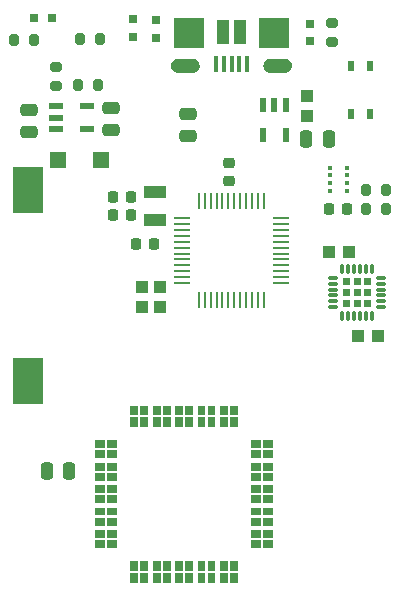
<source format=gbr>
%TF.GenerationSoftware,KiCad,Pcbnew,(6.0.4-0)*%
%TF.CreationDate,2022-05-02T23:13:47-05:00*%
%TF.ProjectId,dropkick,64726f70-6b69-4636-9b2e-6b696361645f,rev?*%
%TF.SameCoordinates,Original*%
%TF.FileFunction,Paste,Top*%
%TF.FilePolarity,Positive*%
%FSLAX46Y46*%
G04 Gerber Fmt 4.6, Leading zero omitted, Abs format (unit mm)*
G04 Created by KiCad (PCBNEW (6.0.4-0)) date 2022-05-02 23:13:47*
%MOMM*%
%LPD*%
G01*
G04 APERTURE LIST*
G04 Aperture macros list*
%AMRoundRect*
0 Rectangle with rounded corners*
0 $1 Rounding radius*
0 $2 $3 $4 $5 $6 $7 $8 $9 X,Y pos of 4 corners*
0 Add a 4 corners polygon primitive as box body*
4,1,4,$2,$3,$4,$5,$6,$7,$8,$9,$2,$3,0*
0 Add four circle primitives for the rounded corners*
1,1,$1+$1,$2,$3*
1,1,$1+$1,$4,$5*
1,1,$1+$1,$6,$7*
1,1,$1+$1,$8,$9*
0 Add four rect primitives between the rounded corners*
20,1,$1+$1,$2,$3,$4,$5,0*
20,1,$1+$1,$4,$5,$6,$7,0*
20,1,$1+$1,$6,$7,$8,$9,0*
20,1,$1+$1,$8,$9,$2,$3,0*%
G04 Aperture macros list end*
%ADD10C,0.010000*%
%ADD11C,0.180000*%
%ADD12R,1.100000X1.000000*%
%ADD13R,0.800000X0.800000*%
%ADD14R,1.000000X1.100000*%
%ADD15R,0.508000X0.889000*%
%ADD16RoundRect,0.250000X0.475000X-0.250000X0.475000X0.250000X-0.475000X0.250000X-0.475000X-0.250000X0*%
%ADD17RoundRect,0.225000X0.225000X0.250000X-0.225000X0.250000X-0.225000X-0.250000X0.225000X-0.250000X0*%
%ADD18R,1.346200X0.279400*%
%ADD19R,0.279400X1.346200*%
%ADD20RoundRect,0.225000X0.250000X-0.225000X0.250000X0.225000X-0.250000X0.225000X-0.250000X-0.225000X0*%
%ADD21RoundRect,0.200000X0.200000X0.275000X-0.200000X0.275000X-0.200000X-0.275000X0.200000X-0.275000X0*%
%ADD22RoundRect,0.250000X-0.250000X-0.475000X0.250000X-0.475000X0.250000X0.475000X-0.250000X0.475000X0*%
%ADD23RoundRect,0.200000X-0.200000X-0.275000X0.200000X-0.275000X0.200000X0.275000X-0.200000X0.275000X0*%
%ADD24RoundRect,0.070000X-0.070000X0.330000X-0.070000X-0.330000X0.070000X-0.330000X0.070000X0.330000X0*%
%ADD25RoundRect,0.070000X0.330000X0.070000X-0.330000X0.070000X-0.330000X-0.070000X0.330000X-0.070000X0*%
%ADD26RoundRect,0.070000X0.070000X-0.330000X0.070000X0.330000X-0.070000X0.330000X-0.070000X-0.330000X0*%
%ADD27RoundRect,0.070000X-0.330000X-0.070000X0.330000X-0.070000X0.330000X0.070000X-0.330000X0.070000X0*%
%ADD28R,1.000000X2.000000*%
%ADD29R,0.400000X1.350000*%
%ADD30RoundRect,0.200000X0.275000X-0.200000X0.275000X0.200000X-0.275000X0.200000X-0.275000X-0.200000X0*%
%ADD31R,1.400000X1.400000*%
%ADD32R,1.900000X1.100000*%
%ADD33RoundRect,0.200000X-0.275000X0.200000X-0.275000X-0.200000X0.275000X-0.200000X0.275000X0.200000X0*%
%ADD34R,2.600000X4.000000*%
%ADD35R,0.350000X0.350000*%
%ADD36R,0.550000X1.200000*%
%ADD37R,1.200000X0.550000*%
%ADD38RoundRect,0.250000X0.250000X0.475000X-0.250000X0.475000X-0.250000X-0.475000X0.250000X-0.475000X0*%
G04 APERTURE END LIST*
%TO.C,U6*%
G36*
X100200000Y-70100000D02*
G01*
X99600000Y-70100000D01*
X99600000Y-69500000D01*
X100200000Y-69500000D01*
X100200000Y-70100000D01*
G37*
G36*
X101100000Y-70100000D02*
G01*
X100500000Y-70100000D01*
X100500000Y-69500000D01*
X101100000Y-69500000D01*
X101100000Y-70100000D01*
G37*
G36*
X102000000Y-69200000D02*
G01*
X101400000Y-69200000D01*
X101400000Y-68600000D01*
X102000000Y-68600000D01*
X102000000Y-69200000D01*
G37*
G36*
X100200000Y-68300000D02*
G01*
X99600000Y-68300000D01*
X99600000Y-67700000D01*
X100200000Y-67700000D01*
X100200000Y-68300000D01*
G37*
G36*
X101100000Y-68300000D02*
G01*
X100500000Y-68300000D01*
X100500000Y-67700000D01*
X101100000Y-67700000D01*
X101100000Y-68300000D01*
G37*
G36*
X102000000Y-70100000D02*
G01*
X101400000Y-70100000D01*
X101400000Y-69500000D01*
X102000000Y-69500000D01*
X102000000Y-70100000D01*
G37*
G36*
X101100000Y-69200000D02*
G01*
X100500000Y-69200000D01*
X100500000Y-68600000D01*
X101100000Y-68600000D01*
X101100000Y-69200000D01*
G37*
G36*
X102000000Y-68300000D02*
G01*
X101400000Y-68300000D01*
X101400000Y-67700000D01*
X102000000Y-67700000D01*
X102000000Y-68300000D01*
G37*
G36*
X100200000Y-69200000D02*
G01*
X99600000Y-69200000D01*
X99600000Y-68600000D01*
X100200000Y-68600000D01*
X100200000Y-69200000D01*
G37*
%TO.C,X1*%
G36*
X87819600Y-48166600D02*
G01*
X85319600Y-48166600D01*
X85319600Y-45666600D01*
X87819600Y-45666600D01*
X87819600Y-48166600D01*
G37*
G36*
X95019600Y-48166600D02*
G01*
X92519600Y-48166600D01*
X92519600Y-45666600D01*
X95019600Y-45666600D01*
X95019600Y-48166600D01*
G37*
G36*
X94936535Y-49171879D02*
G01*
X95076788Y-49270123D01*
X95184089Y-49398046D01*
X95254624Y-49549383D01*
X95284831Y-49720875D01*
X95186834Y-50031882D01*
X95076788Y-50163077D01*
X94940033Y-50258871D01*
X94783147Y-50316005D01*
X94622378Y-50330100D01*
X93516822Y-50330100D01*
X93356053Y-50316005D01*
X93199167Y-50258871D01*
X93062412Y-50163077D01*
X92955111Y-50035154D01*
X92884576Y-49883817D01*
X92855122Y-49716600D01*
X92884576Y-49549383D01*
X92955111Y-49398046D01*
X93062412Y-49270123D01*
X93199167Y-49174329D01*
X93356053Y-49117195D01*
X93516822Y-49103100D01*
X94626560Y-49103100D01*
X94936535Y-49171879D01*
G37*
G36*
X87136535Y-49171879D02*
G01*
X87276788Y-49270123D01*
X87384089Y-49398046D01*
X87454624Y-49549383D01*
X87484831Y-49720875D01*
X87386834Y-50031882D01*
X87276788Y-50163077D01*
X87140033Y-50258871D01*
X86983147Y-50316005D01*
X86822378Y-50330100D01*
X85716822Y-50330100D01*
X85556053Y-50316005D01*
X85399167Y-50258871D01*
X85262412Y-50163077D01*
X85155111Y-50035154D01*
X85084576Y-49883817D01*
X85055122Y-49716600D01*
X85084576Y-49549383D01*
X85155111Y-49398046D01*
X85262412Y-49270123D01*
X85399167Y-49174329D01*
X85556053Y-49117195D01*
X85716822Y-49103100D01*
X86826560Y-49103100D01*
X87136535Y-49171879D01*
G37*
%TO.C,U2*%
G36*
X92570000Y-82845000D02*
G01*
X91850000Y-82845000D01*
X91850000Y-82265000D01*
X92570000Y-82265000D01*
X92570000Y-82845000D01*
G37*
D10*
X92570000Y-82845000D02*
X91850000Y-82845000D01*
X91850000Y-82265000D01*
X92570000Y-82265000D01*
X92570000Y-82845000D01*
G36*
X86825000Y-80190000D02*
G01*
X86245000Y-80190000D01*
X86245000Y-79470000D01*
X86825000Y-79470000D01*
X86825000Y-80190000D01*
G37*
X86825000Y-80190000D02*
X86245000Y-80190000D01*
X86245000Y-79470000D01*
X86825000Y-79470000D01*
X86825000Y-80190000D01*
G36*
X79370000Y-82845000D02*
G01*
X78650000Y-82845000D01*
X78650000Y-82265000D01*
X79370000Y-82265000D01*
X79370000Y-82845000D01*
G37*
X79370000Y-82845000D02*
X78650000Y-82845000D01*
X78650000Y-82265000D01*
X79370000Y-82265000D01*
X79370000Y-82845000D01*
G36*
X87875000Y-92390000D02*
G01*
X87295000Y-92390000D01*
X87295000Y-91670000D01*
X87875000Y-91670000D01*
X87875000Y-92390000D01*
G37*
X87875000Y-92390000D02*
X87295000Y-92390000D01*
X87295000Y-91670000D01*
X87875000Y-91670000D01*
X87875000Y-92390000D01*
G36*
X92570000Y-90445000D02*
G01*
X91850000Y-90445000D01*
X91850000Y-89865000D01*
X92570000Y-89865000D01*
X92570000Y-90445000D01*
G37*
X92570000Y-90445000D02*
X91850000Y-90445000D01*
X91850000Y-89865000D01*
X92570000Y-89865000D01*
X92570000Y-90445000D01*
G36*
X89775000Y-79190000D02*
G01*
X89195000Y-79190000D01*
X89195000Y-78470000D01*
X89775000Y-78470000D01*
X89775000Y-79190000D01*
G37*
X89775000Y-79190000D02*
X89195000Y-79190000D01*
X89195000Y-78470000D01*
X89775000Y-78470000D01*
X89775000Y-79190000D01*
G36*
X82175000Y-93390000D02*
G01*
X81595000Y-93390000D01*
X81595000Y-92670000D01*
X82175000Y-92670000D01*
X82175000Y-93390000D01*
G37*
X82175000Y-93390000D02*
X81595000Y-93390000D01*
X81595000Y-92670000D01*
X82175000Y-92670000D01*
X82175000Y-93390000D01*
G36*
X80370000Y-83895000D02*
G01*
X79650000Y-83895000D01*
X79650000Y-83315000D01*
X80370000Y-83315000D01*
X80370000Y-83895000D01*
G37*
X80370000Y-83895000D02*
X79650000Y-83895000D01*
X79650000Y-83315000D01*
X80370000Y-83315000D01*
X80370000Y-83895000D01*
G36*
X79370000Y-90445000D02*
G01*
X78650000Y-90445000D01*
X78650000Y-89865000D01*
X79370000Y-89865000D01*
X79370000Y-90445000D01*
G37*
X79370000Y-90445000D02*
X78650000Y-90445000D01*
X78650000Y-89865000D01*
X79370000Y-89865000D01*
X79370000Y-90445000D01*
G36*
X92570000Y-85795000D02*
G01*
X91850000Y-85795000D01*
X91850000Y-85215000D01*
X92570000Y-85215000D01*
X92570000Y-85795000D01*
G37*
X92570000Y-85795000D02*
X91850000Y-85795000D01*
X91850000Y-85215000D01*
X92570000Y-85215000D01*
X92570000Y-85795000D01*
G36*
X84925000Y-79190000D02*
G01*
X84345000Y-79190000D01*
X84345000Y-78470000D01*
X84925000Y-78470000D01*
X84925000Y-79190000D01*
G37*
X84925000Y-79190000D02*
X84345000Y-79190000D01*
X84345000Y-78470000D01*
X84925000Y-78470000D01*
X84925000Y-79190000D01*
G36*
X88725000Y-92390000D02*
G01*
X88145000Y-92390000D01*
X88145000Y-91670000D01*
X88725000Y-91670000D01*
X88725000Y-92390000D01*
G37*
X88725000Y-92390000D02*
X88145000Y-92390000D01*
X88145000Y-91670000D01*
X88725000Y-91670000D01*
X88725000Y-92390000D01*
G36*
X79370000Y-89595000D02*
G01*
X78650000Y-89595000D01*
X78650000Y-89015000D01*
X79370000Y-89015000D01*
X79370000Y-89595000D01*
G37*
X79370000Y-89595000D02*
X78650000Y-89595000D01*
X78650000Y-89015000D01*
X79370000Y-89015000D01*
X79370000Y-89595000D01*
G36*
X92570000Y-87695000D02*
G01*
X91850000Y-87695000D01*
X91850000Y-87115000D01*
X92570000Y-87115000D01*
X92570000Y-87695000D01*
G37*
X92570000Y-87695000D02*
X91850000Y-87695000D01*
X91850000Y-87115000D01*
X92570000Y-87115000D01*
X92570000Y-87695000D01*
G36*
X93570000Y-83895000D02*
G01*
X92850000Y-83895000D01*
X92850000Y-83315000D01*
X93570000Y-83315000D01*
X93570000Y-83895000D01*
G37*
X93570000Y-83895000D02*
X92850000Y-83895000D01*
X92850000Y-83315000D01*
X93570000Y-83315000D01*
X93570000Y-83895000D01*
G36*
X93570000Y-90445000D02*
G01*
X92850000Y-90445000D01*
X92850000Y-89865000D01*
X93570000Y-89865000D01*
X93570000Y-90445000D01*
G37*
X93570000Y-90445000D02*
X92850000Y-90445000D01*
X92850000Y-89865000D01*
X93570000Y-89865000D01*
X93570000Y-90445000D01*
G36*
X88725000Y-80190000D02*
G01*
X88145000Y-80190000D01*
X88145000Y-79470000D01*
X88725000Y-79470000D01*
X88725000Y-80190000D01*
G37*
X88725000Y-80190000D02*
X88145000Y-80190000D01*
X88145000Y-79470000D01*
X88725000Y-79470000D01*
X88725000Y-80190000D01*
G36*
X88725000Y-79190000D02*
G01*
X88145000Y-79190000D01*
X88145000Y-78470000D01*
X88725000Y-78470000D01*
X88725000Y-79190000D01*
G37*
X88725000Y-79190000D02*
X88145000Y-79190000D01*
X88145000Y-78470000D01*
X88725000Y-78470000D01*
X88725000Y-79190000D01*
G36*
X92570000Y-84745000D02*
G01*
X91850000Y-84745000D01*
X91850000Y-84165000D01*
X92570000Y-84165000D01*
X92570000Y-84745000D01*
G37*
X92570000Y-84745000D02*
X91850000Y-84745000D01*
X91850000Y-84165000D01*
X92570000Y-84165000D01*
X92570000Y-84745000D01*
G36*
X85975000Y-79190000D02*
G01*
X85395000Y-79190000D01*
X85395000Y-78470000D01*
X85975000Y-78470000D01*
X85975000Y-79190000D01*
G37*
X85975000Y-79190000D02*
X85395000Y-79190000D01*
X85395000Y-78470000D01*
X85975000Y-78470000D01*
X85975000Y-79190000D01*
G36*
X86825000Y-92390000D02*
G01*
X86245000Y-92390000D01*
X86245000Y-91670000D01*
X86825000Y-91670000D01*
X86825000Y-92390000D01*
G37*
X86825000Y-92390000D02*
X86245000Y-92390000D01*
X86245000Y-91670000D01*
X86825000Y-91670000D01*
X86825000Y-92390000D01*
G36*
X84075000Y-79190000D02*
G01*
X83495000Y-79190000D01*
X83495000Y-78470000D01*
X84075000Y-78470000D01*
X84075000Y-79190000D01*
G37*
X84075000Y-79190000D02*
X83495000Y-79190000D01*
X83495000Y-78470000D01*
X84075000Y-78470000D01*
X84075000Y-79190000D01*
G36*
X82175000Y-92390000D02*
G01*
X81595000Y-92390000D01*
X81595000Y-91670000D01*
X82175000Y-91670000D01*
X82175000Y-92390000D01*
G37*
X82175000Y-92390000D02*
X81595000Y-92390000D01*
X81595000Y-91670000D01*
X82175000Y-91670000D01*
X82175000Y-92390000D01*
G36*
X92570000Y-81995000D02*
G01*
X91850000Y-81995000D01*
X91850000Y-81415000D01*
X92570000Y-81415000D01*
X92570000Y-81995000D01*
G37*
X92570000Y-81995000D02*
X91850000Y-81995000D01*
X91850000Y-81415000D01*
X92570000Y-81415000D01*
X92570000Y-81995000D01*
G36*
X90625000Y-92390000D02*
G01*
X90045000Y-92390000D01*
X90045000Y-91670000D01*
X90625000Y-91670000D01*
X90625000Y-92390000D01*
G37*
X90625000Y-92390000D02*
X90045000Y-92390000D01*
X90045000Y-91670000D01*
X90625000Y-91670000D01*
X90625000Y-92390000D01*
G36*
X80370000Y-86645000D02*
G01*
X79650000Y-86645000D01*
X79650000Y-86065000D01*
X80370000Y-86065000D01*
X80370000Y-86645000D01*
G37*
X80370000Y-86645000D02*
X79650000Y-86645000D01*
X79650000Y-86065000D01*
X80370000Y-86065000D01*
X80370000Y-86645000D01*
G36*
X79370000Y-84745000D02*
G01*
X78650000Y-84745000D01*
X78650000Y-84165000D01*
X79370000Y-84165000D01*
X79370000Y-84745000D01*
G37*
X79370000Y-84745000D02*
X78650000Y-84745000D01*
X78650000Y-84165000D01*
X79370000Y-84165000D01*
X79370000Y-84745000D01*
G36*
X93570000Y-82845000D02*
G01*
X92850000Y-82845000D01*
X92850000Y-82265000D01*
X93570000Y-82265000D01*
X93570000Y-82845000D01*
G37*
X93570000Y-82845000D02*
X92850000Y-82845000D01*
X92850000Y-82265000D01*
X93570000Y-82265000D01*
X93570000Y-82845000D01*
G36*
X90625000Y-80190000D02*
G01*
X90045000Y-80190000D01*
X90045000Y-79470000D01*
X90625000Y-79470000D01*
X90625000Y-80190000D01*
G37*
X90625000Y-80190000D02*
X90045000Y-80190000D01*
X90045000Y-79470000D01*
X90625000Y-79470000D01*
X90625000Y-80190000D01*
G36*
X79370000Y-87695000D02*
G01*
X78650000Y-87695000D01*
X78650000Y-87115000D01*
X79370000Y-87115000D01*
X79370000Y-87695000D01*
G37*
X79370000Y-87695000D02*
X78650000Y-87695000D01*
X78650000Y-87115000D01*
X79370000Y-87115000D01*
X79370000Y-87695000D01*
G36*
X80370000Y-87695000D02*
G01*
X79650000Y-87695000D01*
X79650000Y-87115000D01*
X80370000Y-87115000D01*
X80370000Y-87695000D01*
G37*
X80370000Y-87695000D02*
X79650000Y-87695000D01*
X79650000Y-87115000D01*
X80370000Y-87115000D01*
X80370000Y-87695000D01*
G36*
X93570000Y-84745000D02*
G01*
X92850000Y-84745000D01*
X92850000Y-84165000D01*
X93570000Y-84165000D01*
X93570000Y-84745000D01*
G37*
X93570000Y-84745000D02*
X92850000Y-84745000D01*
X92850000Y-84165000D01*
X93570000Y-84165000D01*
X93570000Y-84745000D01*
G36*
X89775000Y-80190000D02*
G01*
X89195000Y-80190000D01*
X89195000Y-79470000D01*
X89775000Y-79470000D01*
X89775000Y-80190000D01*
G37*
X89775000Y-80190000D02*
X89195000Y-80190000D01*
X89195000Y-79470000D01*
X89775000Y-79470000D01*
X89775000Y-80190000D01*
G36*
X92570000Y-88545000D02*
G01*
X91850000Y-88545000D01*
X91850000Y-87965000D01*
X92570000Y-87965000D01*
X92570000Y-88545000D01*
G37*
X92570000Y-88545000D02*
X91850000Y-88545000D01*
X91850000Y-87965000D01*
X92570000Y-87965000D01*
X92570000Y-88545000D01*
G36*
X79370000Y-86645000D02*
G01*
X78650000Y-86645000D01*
X78650000Y-86065000D01*
X79370000Y-86065000D01*
X79370000Y-86645000D01*
G37*
X79370000Y-86645000D02*
X78650000Y-86645000D01*
X78650000Y-86065000D01*
X79370000Y-86065000D01*
X79370000Y-86645000D01*
G36*
X87875000Y-80190000D02*
G01*
X87295000Y-80190000D01*
X87295000Y-79470000D01*
X87875000Y-79470000D01*
X87875000Y-80190000D01*
G37*
X87875000Y-80190000D02*
X87295000Y-80190000D01*
X87295000Y-79470000D01*
X87875000Y-79470000D01*
X87875000Y-80190000D01*
G36*
X82175000Y-80190000D02*
G01*
X81595000Y-80190000D01*
X81595000Y-79470000D01*
X82175000Y-79470000D01*
X82175000Y-80190000D01*
G37*
X82175000Y-80190000D02*
X81595000Y-80190000D01*
X81595000Y-79470000D01*
X82175000Y-79470000D01*
X82175000Y-80190000D01*
G36*
X89775000Y-92390000D02*
G01*
X89195000Y-92390000D01*
X89195000Y-91670000D01*
X89775000Y-91670000D01*
X89775000Y-92390000D01*
G37*
X89775000Y-92390000D02*
X89195000Y-92390000D01*
X89195000Y-91670000D01*
X89775000Y-91670000D01*
X89775000Y-92390000D01*
G36*
X82175000Y-79190000D02*
G01*
X81595000Y-79190000D01*
X81595000Y-78470000D01*
X82175000Y-78470000D01*
X82175000Y-79190000D01*
G37*
X82175000Y-79190000D02*
X81595000Y-79190000D01*
X81595000Y-78470000D01*
X82175000Y-78470000D01*
X82175000Y-79190000D01*
G36*
X93570000Y-85795000D02*
G01*
X92850000Y-85795000D01*
X92850000Y-85215000D01*
X93570000Y-85215000D01*
X93570000Y-85795000D01*
G37*
X93570000Y-85795000D02*
X92850000Y-85795000D01*
X92850000Y-85215000D01*
X93570000Y-85215000D01*
X93570000Y-85795000D01*
G36*
X79370000Y-83895000D02*
G01*
X78650000Y-83895000D01*
X78650000Y-83315000D01*
X79370000Y-83315000D01*
X79370000Y-83895000D01*
G37*
X79370000Y-83895000D02*
X78650000Y-83895000D01*
X78650000Y-83315000D01*
X79370000Y-83315000D01*
X79370000Y-83895000D01*
G36*
X83025000Y-79190000D02*
G01*
X82445000Y-79190000D01*
X82445000Y-78470000D01*
X83025000Y-78470000D01*
X83025000Y-79190000D01*
G37*
X83025000Y-79190000D02*
X82445000Y-79190000D01*
X82445000Y-78470000D01*
X83025000Y-78470000D01*
X83025000Y-79190000D01*
G36*
X87875000Y-79190000D02*
G01*
X87295000Y-79190000D01*
X87295000Y-78470000D01*
X87875000Y-78470000D01*
X87875000Y-79190000D01*
G37*
X87875000Y-79190000D02*
X87295000Y-79190000D01*
X87295000Y-78470000D01*
X87875000Y-78470000D01*
X87875000Y-79190000D01*
G36*
X93570000Y-89595000D02*
G01*
X92850000Y-89595000D01*
X92850000Y-89015000D01*
X93570000Y-89015000D01*
X93570000Y-89595000D01*
G37*
X93570000Y-89595000D02*
X92850000Y-89595000D01*
X92850000Y-89015000D01*
X93570000Y-89015000D01*
X93570000Y-89595000D01*
G36*
X84075000Y-92390000D02*
G01*
X83495000Y-92390000D01*
X83495000Y-91670000D01*
X84075000Y-91670000D01*
X84075000Y-92390000D01*
G37*
X84075000Y-92390000D02*
X83495000Y-92390000D01*
X83495000Y-91670000D01*
X84075000Y-91670000D01*
X84075000Y-92390000D01*
G36*
X80370000Y-85795000D02*
G01*
X79650000Y-85795000D01*
X79650000Y-85215000D01*
X80370000Y-85215000D01*
X80370000Y-85795000D01*
G37*
X80370000Y-85795000D02*
X79650000Y-85795000D01*
X79650000Y-85215000D01*
X80370000Y-85215000D01*
X80370000Y-85795000D01*
G36*
X87875000Y-93390000D02*
G01*
X87295000Y-93390000D01*
X87295000Y-92670000D01*
X87875000Y-92670000D01*
X87875000Y-93390000D01*
G37*
X87875000Y-93390000D02*
X87295000Y-93390000D01*
X87295000Y-92670000D01*
X87875000Y-92670000D01*
X87875000Y-93390000D01*
G36*
X92570000Y-83895000D02*
G01*
X91850000Y-83895000D01*
X91850000Y-83315000D01*
X92570000Y-83315000D01*
X92570000Y-83895000D01*
G37*
X92570000Y-83895000D02*
X91850000Y-83895000D01*
X91850000Y-83315000D01*
X92570000Y-83315000D01*
X92570000Y-83895000D01*
G36*
X83025000Y-80190000D02*
G01*
X82445000Y-80190000D01*
X82445000Y-79470000D01*
X83025000Y-79470000D01*
X83025000Y-80190000D01*
G37*
X83025000Y-80190000D02*
X82445000Y-80190000D01*
X82445000Y-79470000D01*
X83025000Y-79470000D01*
X83025000Y-80190000D01*
G36*
X93570000Y-86645000D02*
G01*
X92850000Y-86645000D01*
X92850000Y-86065000D01*
X93570000Y-86065000D01*
X93570000Y-86645000D01*
G37*
X93570000Y-86645000D02*
X92850000Y-86645000D01*
X92850000Y-86065000D01*
X93570000Y-86065000D01*
X93570000Y-86645000D01*
G36*
X85975000Y-92390000D02*
G01*
X85395000Y-92390000D01*
X85395000Y-91670000D01*
X85975000Y-91670000D01*
X85975000Y-92390000D01*
G37*
X85975000Y-92390000D02*
X85395000Y-92390000D01*
X85395000Y-91670000D01*
X85975000Y-91670000D01*
X85975000Y-92390000D01*
G36*
X92570000Y-86645000D02*
G01*
X91850000Y-86645000D01*
X91850000Y-86065000D01*
X92570000Y-86065000D01*
X92570000Y-86645000D01*
G37*
X92570000Y-86645000D02*
X91850000Y-86645000D01*
X91850000Y-86065000D01*
X92570000Y-86065000D01*
X92570000Y-86645000D01*
G36*
X93570000Y-87695000D02*
G01*
X92850000Y-87695000D01*
X92850000Y-87115000D01*
X93570000Y-87115000D01*
X93570000Y-87695000D01*
G37*
X93570000Y-87695000D02*
X92850000Y-87695000D01*
X92850000Y-87115000D01*
X93570000Y-87115000D01*
X93570000Y-87695000D01*
G36*
X83025000Y-93390000D02*
G01*
X82445000Y-93390000D01*
X82445000Y-92670000D01*
X83025000Y-92670000D01*
X83025000Y-93390000D01*
G37*
X83025000Y-93390000D02*
X82445000Y-93390000D01*
X82445000Y-92670000D01*
X83025000Y-92670000D01*
X83025000Y-93390000D01*
G36*
X79370000Y-85795000D02*
G01*
X78650000Y-85795000D01*
X78650000Y-85215000D01*
X79370000Y-85215000D01*
X79370000Y-85795000D01*
G37*
X79370000Y-85795000D02*
X78650000Y-85795000D01*
X78650000Y-85215000D01*
X79370000Y-85215000D01*
X79370000Y-85795000D01*
G36*
X80370000Y-84745000D02*
G01*
X79650000Y-84745000D01*
X79650000Y-84165000D01*
X80370000Y-84165000D01*
X80370000Y-84745000D01*
G37*
X80370000Y-84745000D02*
X79650000Y-84745000D01*
X79650000Y-84165000D01*
X80370000Y-84165000D01*
X80370000Y-84745000D01*
G36*
X84925000Y-93390000D02*
G01*
X84345000Y-93390000D01*
X84345000Y-92670000D01*
X84925000Y-92670000D01*
X84925000Y-93390000D01*
G37*
X84925000Y-93390000D02*
X84345000Y-93390000D01*
X84345000Y-92670000D01*
X84925000Y-92670000D01*
X84925000Y-93390000D01*
G36*
X90625000Y-93390000D02*
G01*
X90045000Y-93390000D01*
X90045000Y-92670000D01*
X90625000Y-92670000D01*
X90625000Y-93390000D01*
G37*
X90625000Y-93390000D02*
X90045000Y-93390000D01*
X90045000Y-92670000D01*
X90625000Y-92670000D01*
X90625000Y-93390000D01*
G36*
X79370000Y-88545000D02*
G01*
X78650000Y-88545000D01*
X78650000Y-87965000D01*
X79370000Y-87965000D01*
X79370000Y-88545000D01*
G37*
X79370000Y-88545000D02*
X78650000Y-88545000D01*
X78650000Y-87965000D01*
X79370000Y-87965000D01*
X79370000Y-88545000D01*
G36*
X80370000Y-90445000D02*
G01*
X79650000Y-90445000D01*
X79650000Y-89865000D01*
X80370000Y-89865000D01*
X80370000Y-90445000D01*
G37*
X80370000Y-90445000D02*
X79650000Y-90445000D01*
X79650000Y-89865000D01*
X80370000Y-89865000D01*
X80370000Y-90445000D01*
G36*
X84075000Y-80190000D02*
G01*
X83495000Y-80190000D01*
X83495000Y-79470000D01*
X84075000Y-79470000D01*
X84075000Y-80190000D01*
G37*
X84075000Y-80190000D02*
X83495000Y-80190000D01*
X83495000Y-79470000D01*
X84075000Y-79470000D01*
X84075000Y-80190000D01*
G36*
X89775000Y-93390000D02*
G01*
X89195000Y-93390000D01*
X89195000Y-92670000D01*
X89775000Y-92670000D01*
X89775000Y-93390000D01*
G37*
X89775000Y-93390000D02*
X89195000Y-93390000D01*
X89195000Y-92670000D01*
X89775000Y-92670000D01*
X89775000Y-93390000D01*
G36*
X85975000Y-80190000D02*
G01*
X85395000Y-80190000D01*
X85395000Y-79470000D01*
X85975000Y-79470000D01*
X85975000Y-80190000D01*
G37*
X85975000Y-80190000D02*
X85395000Y-80190000D01*
X85395000Y-79470000D01*
X85975000Y-79470000D01*
X85975000Y-80190000D01*
G36*
X80370000Y-82845000D02*
G01*
X79650000Y-82845000D01*
X79650000Y-82265000D01*
X80370000Y-82265000D01*
X80370000Y-82845000D01*
G37*
X80370000Y-82845000D02*
X79650000Y-82845000D01*
X79650000Y-82265000D01*
X80370000Y-82265000D01*
X80370000Y-82845000D01*
G36*
X80370000Y-88545000D02*
G01*
X79650000Y-88545000D01*
X79650000Y-87965000D01*
X80370000Y-87965000D01*
X80370000Y-88545000D01*
G37*
X80370000Y-88545000D02*
X79650000Y-88545000D01*
X79650000Y-87965000D01*
X80370000Y-87965000D01*
X80370000Y-88545000D01*
G36*
X90625000Y-79190000D02*
G01*
X90045000Y-79190000D01*
X90045000Y-78470000D01*
X90625000Y-78470000D01*
X90625000Y-79190000D01*
G37*
X90625000Y-79190000D02*
X90045000Y-79190000D01*
X90045000Y-78470000D01*
X90625000Y-78470000D01*
X90625000Y-79190000D01*
G36*
X84925000Y-92390000D02*
G01*
X84345000Y-92390000D01*
X84345000Y-91670000D01*
X84925000Y-91670000D01*
X84925000Y-92390000D01*
G37*
X84925000Y-92390000D02*
X84345000Y-92390000D01*
X84345000Y-91670000D01*
X84925000Y-91670000D01*
X84925000Y-92390000D01*
G36*
X86825000Y-93390000D02*
G01*
X86245000Y-93390000D01*
X86245000Y-92670000D01*
X86825000Y-92670000D01*
X86825000Y-93390000D01*
G37*
X86825000Y-93390000D02*
X86245000Y-93390000D01*
X86245000Y-92670000D01*
X86825000Y-92670000D01*
X86825000Y-93390000D01*
G36*
X84075000Y-93390000D02*
G01*
X83495000Y-93390000D01*
X83495000Y-92670000D01*
X84075000Y-92670000D01*
X84075000Y-93390000D01*
G37*
X84075000Y-93390000D02*
X83495000Y-93390000D01*
X83495000Y-92670000D01*
X84075000Y-92670000D01*
X84075000Y-93390000D01*
G36*
X79370000Y-81995000D02*
G01*
X78650000Y-81995000D01*
X78650000Y-81415000D01*
X79370000Y-81415000D01*
X79370000Y-81995000D01*
G37*
X79370000Y-81995000D02*
X78650000Y-81995000D01*
X78650000Y-81415000D01*
X79370000Y-81415000D01*
X79370000Y-81995000D01*
G36*
X83025000Y-92390000D02*
G01*
X82445000Y-92390000D01*
X82445000Y-91670000D01*
X83025000Y-91670000D01*
X83025000Y-92390000D01*
G37*
X83025000Y-92390000D02*
X82445000Y-92390000D01*
X82445000Y-91670000D01*
X83025000Y-91670000D01*
X83025000Y-92390000D01*
G36*
X80370000Y-89595000D02*
G01*
X79650000Y-89595000D01*
X79650000Y-89015000D01*
X80370000Y-89015000D01*
X80370000Y-89595000D01*
G37*
X80370000Y-89595000D02*
X79650000Y-89595000D01*
X79650000Y-89015000D01*
X80370000Y-89015000D01*
X80370000Y-89595000D01*
G36*
X86825000Y-79190000D02*
G01*
X86245000Y-79190000D01*
X86245000Y-78470000D01*
X86825000Y-78470000D01*
X86825000Y-79190000D01*
G37*
X86825000Y-79190000D02*
X86245000Y-79190000D01*
X86245000Y-78470000D01*
X86825000Y-78470000D01*
X86825000Y-79190000D01*
G36*
X93570000Y-88545000D02*
G01*
X92850000Y-88545000D01*
X92850000Y-87965000D01*
X93570000Y-87965000D01*
X93570000Y-88545000D01*
G37*
X93570000Y-88545000D02*
X92850000Y-88545000D01*
X92850000Y-87965000D01*
X93570000Y-87965000D01*
X93570000Y-88545000D01*
G36*
X93570000Y-81995000D02*
G01*
X92850000Y-81995000D01*
X92850000Y-81415000D01*
X93570000Y-81415000D01*
X93570000Y-81995000D01*
G37*
X93570000Y-81995000D02*
X92850000Y-81995000D01*
X92850000Y-81415000D01*
X93570000Y-81415000D01*
X93570000Y-81995000D01*
G36*
X85975000Y-93390000D02*
G01*
X85395000Y-93390000D01*
X85395000Y-92670000D01*
X85975000Y-92670000D01*
X85975000Y-93390000D01*
G37*
X85975000Y-93390000D02*
X85395000Y-93390000D01*
X85395000Y-92670000D01*
X85975000Y-92670000D01*
X85975000Y-93390000D01*
G36*
X92570000Y-89595000D02*
G01*
X91850000Y-89595000D01*
X91850000Y-89015000D01*
X92570000Y-89015000D01*
X92570000Y-89595000D01*
G37*
X92570000Y-89595000D02*
X91850000Y-89595000D01*
X91850000Y-89015000D01*
X92570000Y-89015000D01*
X92570000Y-89595000D01*
G36*
X84925000Y-80190000D02*
G01*
X84345000Y-80190000D01*
X84345000Y-79470000D01*
X84925000Y-79470000D01*
X84925000Y-80190000D01*
G37*
X84925000Y-80190000D02*
X84345000Y-80190000D01*
X84345000Y-79470000D01*
X84925000Y-79470000D01*
X84925000Y-80190000D01*
G36*
X80370000Y-81995000D02*
G01*
X79650000Y-81995000D01*
X79650000Y-81415000D01*
X80370000Y-81415000D01*
X80370000Y-81995000D01*
G37*
X80370000Y-81995000D02*
X79650000Y-81995000D01*
X79650000Y-81415000D01*
X80370000Y-81415000D01*
X80370000Y-81995000D01*
G36*
X88725000Y-93390000D02*
G01*
X88145000Y-93390000D01*
X88145000Y-92670000D01*
X88725000Y-92670000D01*
X88725000Y-93390000D01*
G37*
X88725000Y-93390000D02*
X88145000Y-93390000D01*
X88145000Y-92670000D01*
X88725000Y-92670000D01*
X88725000Y-93390000D01*
%TO.C,U5*%
D11*
X98565000Y-58974999D02*
G75*
G03*
X98565000Y-58974999I-90000J0D01*
G01*
X100015000Y-60274999D02*
G75*
G03*
X100015000Y-60274999I-90000J0D01*
G01*
X100015000Y-58325001D02*
G75*
G03*
X100015000Y-58325001I-90000J0D01*
G01*
X98565000Y-60274999D02*
G75*
G03*
X98565000Y-60274999I-90000J0D01*
G01*
X100015000Y-59625001D02*
G75*
G03*
X100015000Y-59625001I-90000J0D01*
G01*
X100015000Y-58974999D02*
G75*
G03*
X100015000Y-58974999I-90000J0D01*
G01*
X98565000Y-59625001D02*
G75*
G03*
X98565000Y-59625001I-90000J0D01*
G01*
X98565000Y-58325001D02*
G75*
G03*
X98565000Y-58325001I-90000J0D01*
G01*
%TD*%
D12*
%TO.C,C11*%
X102550000Y-72600000D03*
X100850000Y-72600000D03*
%TD*%
D13*
%TO.C,CHG1*%
X83800000Y-47350000D03*
X83800000Y-45850000D03*
%TD*%
D14*
%TO.C,R2*%
X96560000Y-52280000D03*
X96560000Y-53980000D03*
%TD*%
D15*
%TO.C,SW2*%
X101920001Y-49720002D03*
X100319999Y-49720002D03*
X100319999Y-53819998D03*
X101920001Y-53819998D03*
%TD*%
D16*
%TO.C,C2*%
X86500000Y-55650000D03*
X86500000Y-53750000D03*
%TD*%
D17*
%TO.C,C6*%
X81649000Y-60842000D03*
X80099000Y-60842000D03*
%TD*%
D18*
%TO.C,U4*%
X85971700Y-62600000D03*
X85971700Y-63099999D03*
X85971700Y-63600001D03*
X85971700Y-64100000D03*
X85971700Y-64599999D03*
X85971700Y-65100000D03*
X85971700Y-65600000D03*
X85971700Y-66100001D03*
X85971700Y-66600000D03*
X85971700Y-67099999D03*
X85971700Y-67600001D03*
X85971700Y-68100000D03*
D19*
X87400000Y-69528300D03*
X87899999Y-69528300D03*
X88400001Y-69528300D03*
X88900000Y-69528300D03*
X89399999Y-69528300D03*
X89900000Y-69528300D03*
X90400000Y-69528300D03*
X90900001Y-69528300D03*
X91400000Y-69528300D03*
X91899999Y-69528300D03*
X92400001Y-69528300D03*
X92900000Y-69528300D03*
D18*
X94328300Y-68100000D03*
X94328300Y-67600001D03*
X94328300Y-67099999D03*
X94328300Y-66600000D03*
X94328300Y-66100001D03*
X94328300Y-65600000D03*
X94328300Y-65100000D03*
X94328300Y-64599999D03*
X94328300Y-64100000D03*
X94328300Y-63600001D03*
X94328300Y-63099999D03*
X94328300Y-62600000D03*
D19*
X92900000Y-61171700D03*
X92400001Y-61171700D03*
X91899999Y-61171700D03*
X91400000Y-61171700D03*
X90900001Y-61171700D03*
X90400000Y-61171700D03*
X89900000Y-61171700D03*
X89399999Y-61171700D03*
X88900000Y-61171700D03*
X88400001Y-61171700D03*
X87899999Y-61171700D03*
X87400000Y-61171700D03*
%TD*%
D20*
%TO.C,C9*%
X89930000Y-59485000D03*
X89930000Y-57935000D03*
%TD*%
D17*
%TO.C,C7*%
X81649000Y-62366000D03*
X80099000Y-62366000D03*
%TD*%
D13*
%TO.C,L2*%
X96800000Y-47650000D03*
X96800000Y-46150000D03*
%TD*%
D21*
%TO.C,R7*%
X79025000Y-47400000D03*
X77375000Y-47400000D03*
%TD*%
D22*
%TO.C,C4*%
X96500000Y-55870000D03*
X98400000Y-55870000D03*
%TD*%
D23*
%TO.C,R8*%
X71775000Y-47500000D03*
X73425000Y-47500000D03*
%TD*%
D14*
%TO.C,R1*%
X82600000Y-70150000D03*
X82600000Y-68450000D03*
%TD*%
D24*
%TO.C,U6*%
X99550000Y-70900000D03*
X100050000Y-70900000D03*
X100550000Y-70900000D03*
X101050000Y-70900000D03*
X101550000Y-70900000D03*
X102050000Y-70900000D03*
D25*
X102800000Y-70150000D03*
X102800000Y-69650000D03*
X102800000Y-69150000D03*
X102800000Y-68650000D03*
X102800000Y-68150000D03*
X102800000Y-67650000D03*
D26*
X102050000Y-66900000D03*
X101550000Y-66900000D03*
X101050000Y-66900000D03*
X100550000Y-66900000D03*
X100050000Y-66900000D03*
X99550000Y-66900000D03*
D27*
X98800000Y-67650000D03*
X98800000Y-68150000D03*
X98800000Y-68650000D03*
X98800000Y-69150000D03*
X98800000Y-69650000D03*
X98800000Y-70150000D03*
%TD*%
D16*
%TO.C,C3*%
X80000000Y-55150000D03*
X80000000Y-53250000D03*
%TD*%
D28*
%TO.C,X1*%
X90919600Y-46816600D03*
X89419600Y-46816600D03*
D29*
X90169600Y-49591600D03*
X90819600Y-49591600D03*
X88869600Y-49591600D03*
X89519600Y-49591600D03*
X91469600Y-49591600D03*
%TD*%
D12*
%TO.C,C12*%
X98400000Y-65500000D03*
X100100000Y-65500000D03*
%TD*%
D16*
%TO.C,C8*%
X73000000Y-55350000D03*
X73000000Y-53450000D03*
%TD*%
D13*
%TO.C,D2*%
X73450000Y-45700000D03*
X74950000Y-45700000D03*
%TD*%
D30*
%TO.C,R6*%
X98700000Y-47725000D03*
X98700000Y-46075000D03*
%TD*%
D17*
%TO.C,C1*%
X83605000Y-64810000D03*
X82055000Y-64810000D03*
%TD*%
D31*
%TO.C,D1*%
X75450000Y-57700000D03*
X79150000Y-57700000D03*
%TD*%
D32*
%TO.C,X4*%
X83680000Y-60380000D03*
X83680000Y-62780000D03*
%TD*%
D23*
%TO.C,R9*%
X101575000Y-60200000D03*
X103225000Y-60200000D03*
%TD*%
D17*
%TO.C,C10*%
X99975000Y-61800000D03*
X98425000Y-61800000D03*
%TD*%
D33*
%TO.C,R5*%
X75300000Y-49775000D03*
X75300000Y-51425000D03*
%TD*%
D34*
%TO.C,B1*%
X72900000Y-76410000D03*
X72930000Y-60230000D03*
%TD*%
D35*
%TO.C,U5*%
X98475000Y-60274999D03*
X98475000Y-59625001D03*
X98475000Y-58974999D03*
X98475000Y-58325001D03*
X99925000Y-58325001D03*
X99925000Y-58974999D03*
X99925000Y-59625001D03*
X99925000Y-60274999D03*
%TD*%
D36*
%TO.C,U1*%
X94750000Y-52999900D03*
X93800000Y-52999900D03*
X92850000Y-52999900D03*
X92850000Y-55600100D03*
X94750000Y-55600100D03*
%TD*%
D13*
%TO.C,L1*%
X81800000Y-47250000D03*
X81800000Y-45750000D03*
%TD*%
D14*
%TO.C,R3*%
X84100000Y-68450000D03*
X84100000Y-70150000D03*
%TD*%
D23*
%TO.C,R4*%
X77175000Y-51300000D03*
X78825000Y-51300000D03*
%TD*%
D37*
%TO.C,U3*%
X75299900Y-53150000D03*
X75299900Y-54100000D03*
X75299900Y-55050000D03*
X77900100Y-55050000D03*
X77900100Y-53150000D03*
%TD*%
D23*
%TO.C,R10*%
X101575000Y-61800000D03*
X103225000Y-61800000D03*
%TD*%
D38*
%TO.C,C5*%
X76420000Y-84040000D03*
X74520000Y-84040000D03*
%TD*%
M02*

</source>
